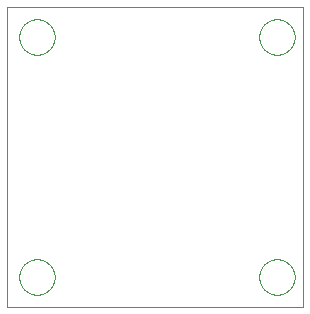
<source format=gbr>
G04 EAGLE Gerber RS-274X export*
G75*
%MOMM*%
%FSLAX34Y34*%
%LPD*%
%AMOC8*
5,1,8,0,0,1.08239X$1,22.5*%
G01*
%ADD10C,0.000000*%


D10*
X0Y0D02*
X250000Y0D01*
X250000Y253200D01*
X0Y253200D01*
X0Y0D01*
X10000Y25000D02*
X10005Y25368D01*
X10018Y25736D01*
X10041Y26103D01*
X10072Y26470D01*
X10113Y26836D01*
X10162Y27201D01*
X10221Y27564D01*
X10288Y27926D01*
X10364Y28287D01*
X10450Y28645D01*
X10543Y29001D01*
X10646Y29354D01*
X10757Y29705D01*
X10877Y30053D01*
X11005Y30398D01*
X11142Y30740D01*
X11287Y31079D01*
X11440Y31413D01*
X11602Y31744D01*
X11771Y32071D01*
X11949Y32393D01*
X12134Y32712D01*
X12327Y33025D01*
X12528Y33334D01*
X12736Y33637D01*
X12952Y33935D01*
X13175Y34228D01*
X13405Y34516D01*
X13642Y34798D01*
X13886Y35073D01*
X14136Y35343D01*
X14393Y35607D01*
X14657Y35864D01*
X14927Y36114D01*
X15202Y36358D01*
X15484Y36595D01*
X15772Y36825D01*
X16065Y37048D01*
X16363Y37264D01*
X16666Y37472D01*
X16975Y37673D01*
X17288Y37866D01*
X17607Y38051D01*
X17929Y38229D01*
X18256Y38398D01*
X18587Y38560D01*
X18921Y38713D01*
X19260Y38858D01*
X19602Y38995D01*
X19947Y39123D01*
X20295Y39243D01*
X20646Y39354D01*
X20999Y39457D01*
X21355Y39550D01*
X21713Y39636D01*
X22074Y39712D01*
X22436Y39779D01*
X22799Y39838D01*
X23164Y39887D01*
X23530Y39928D01*
X23897Y39959D01*
X24264Y39982D01*
X24632Y39995D01*
X25000Y40000D01*
X25368Y39995D01*
X25736Y39982D01*
X26103Y39959D01*
X26470Y39928D01*
X26836Y39887D01*
X27201Y39838D01*
X27564Y39779D01*
X27926Y39712D01*
X28287Y39636D01*
X28645Y39550D01*
X29001Y39457D01*
X29354Y39354D01*
X29705Y39243D01*
X30053Y39123D01*
X30398Y38995D01*
X30740Y38858D01*
X31079Y38713D01*
X31413Y38560D01*
X31744Y38398D01*
X32071Y38229D01*
X32393Y38051D01*
X32712Y37866D01*
X33025Y37673D01*
X33334Y37472D01*
X33637Y37264D01*
X33935Y37048D01*
X34228Y36825D01*
X34516Y36595D01*
X34798Y36358D01*
X35073Y36114D01*
X35343Y35864D01*
X35607Y35607D01*
X35864Y35343D01*
X36114Y35073D01*
X36358Y34798D01*
X36595Y34516D01*
X36825Y34228D01*
X37048Y33935D01*
X37264Y33637D01*
X37472Y33334D01*
X37673Y33025D01*
X37866Y32712D01*
X38051Y32393D01*
X38229Y32071D01*
X38398Y31744D01*
X38560Y31413D01*
X38713Y31079D01*
X38858Y30740D01*
X38995Y30398D01*
X39123Y30053D01*
X39243Y29705D01*
X39354Y29354D01*
X39457Y29001D01*
X39550Y28645D01*
X39636Y28287D01*
X39712Y27926D01*
X39779Y27564D01*
X39838Y27201D01*
X39887Y26836D01*
X39928Y26470D01*
X39959Y26103D01*
X39982Y25736D01*
X39995Y25368D01*
X40000Y25000D01*
X39995Y24632D01*
X39982Y24264D01*
X39959Y23897D01*
X39928Y23530D01*
X39887Y23164D01*
X39838Y22799D01*
X39779Y22436D01*
X39712Y22074D01*
X39636Y21713D01*
X39550Y21355D01*
X39457Y20999D01*
X39354Y20646D01*
X39243Y20295D01*
X39123Y19947D01*
X38995Y19602D01*
X38858Y19260D01*
X38713Y18921D01*
X38560Y18587D01*
X38398Y18256D01*
X38229Y17929D01*
X38051Y17607D01*
X37866Y17288D01*
X37673Y16975D01*
X37472Y16666D01*
X37264Y16363D01*
X37048Y16065D01*
X36825Y15772D01*
X36595Y15484D01*
X36358Y15202D01*
X36114Y14927D01*
X35864Y14657D01*
X35607Y14393D01*
X35343Y14136D01*
X35073Y13886D01*
X34798Y13642D01*
X34516Y13405D01*
X34228Y13175D01*
X33935Y12952D01*
X33637Y12736D01*
X33334Y12528D01*
X33025Y12327D01*
X32712Y12134D01*
X32393Y11949D01*
X32071Y11771D01*
X31744Y11602D01*
X31413Y11440D01*
X31079Y11287D01*
X30740Y11142D01*
X30398Y11005D01*
X30053Y10877D01*
X29705Y10757D01*
X29354Y10646D01*
X29001Y10543D01*
X28645Y10450D01*
X28287Y10364D01*
X27926Y10288D01*
X27564Y10221D01*
X27201Y10162D01*
X26836Y10113D01*
X26470Y10072D01*
X26103Y10041D01*
X25736Y10018D01*
X25368Y10005D01*
X25000Y10000D01*
X24632Y10005D01*
X24264Y10018D01*
X23897Y10041D01*
X23530Y10072D01*
X23164Y10113D01*
X22799Y10162D01*
X22436Y10221D01*
X22074Y10288D01*
X21713Y10364D01*
X21355Y10450D01*
X20999Y10543D01*
X20646Y10646D01*
X20295Y10757D01*
X19947Y10877D01*
X19602Y11005D01*
X19260Y11142D01*
X18921Y11287D01*
X18587Y11440D01*
X18256Y11602D01*
X17929Y11771D01*
X17607Y11949D01*
X17288Y12134D01*
X16975Y12327D01*
X16666Y12528D01*
X16363Y12736D01*
X16065Y12952D01*
X15772Y13175D01*
X15484Y13405D01*
X15202Y13642D01*
X14927Y13886D01*
X14657Y14136D01*
X14393Y14393D01*
X14136Y14657D01*
X13886Y14927D01*
X13642Y15202D01*
X13405Y15484D01*
X13175Y15772D01*
X12952Y16065D01*
X12736Y16363D01*
X12528Y16666D01*
X12327Y16975D01*
X12134Y17288D01*
X11949Y17607D01*
X11771Y17929D01*
X11602Y18256D01*
X11440Y18587D01*
X11287Y18921D01*
X11142Y19260D01*
X11005Y19602D01*
X10877Y19947D01*
X10757Y20295D01*
X10646Y20646D01*
X10543Y20999D01*
X10450Y21355D01*
X10364Y21713D01*
X10288Y22074D01*
X10221Y22436D01*
X10162Y22799D01*
X10113Y23164D01*
X10072Y23530D01*
X10041Y23897D01*
X10018Y24264D01*
X10005Y24632D01*
X10000Y25000D01*
X213200Y25000D02*
X213205Y25368D01*
X213218Y25736D01*
X213241Y26103D01*
X213272Y26470D01*
X213313Y26836D01*
X213362Y27201D01*
X213421Y27564D01*
X213488Y27926D01*
X213564Y28287D01*
X213650Y28645D01*
X213743Y29001D01*
X213846Y29354D01*
X213957Y29705D01*
X214077Y30053D01*
X214205Y30398D01*
X214342Y30740D01*
X214487Y31079D01*
X214640Y31413D01*
X214802Y31744D01*
X214971Y32071D01*
X215149Y32393D01*
X215334Y32712D01*
X215527Y33025D01*
X215728Y33334D01*
X215936Y33637D01*
X216152Y33935D01*
X216375Y34228D01*
X216605Y34516D01*
X216842Y34798D01*
X217086Y35073D01*
X217336Y35343D01*
X217593Y35607D01*
X217857Y35864D01*
X218127Y36114D01*
X218402Y36358D01*
X218684Y36595D01*
X218972Y36825D01*
X219265Y37048D01*
X219563Y37264D01*
X219866Y37472D01*
X220175Y37673D01*
X220488Y37866D01*
X220807Y38051D01*
X221129Y38229D01*
X221456Y38398D01*
X221787Y38560D01*
X222121Y38713D01*
X222460Y38858D01*
X222802Y38995D01*
X223147Y39123D01*
X223495Y39243D01*
X223846Y39354D01*
X224199Y39457D01*
X224555Y39550D01*
X224913Y39636D01*
X225274Y39712D01*
X225636Y39779D01*
X225999Y39838D01*
X226364Y39887D01*
X226730Y39928D01*
X227097Y39959D01*
X227464Y39982D01*
X227832Y39995D01*
X228200Y40000D01*
X228568Y39995D01*
X228936Y39982D01*
X229303Y39959D01*
X229670Y39928D01*
X230036Y39887D01*
X230401Y39838D01*
X230764Y39779D01*
X231126Y39712D01*
X231487Y39636D01*
X231845Y39550D01*
X232201Y39457D01*
X232554Y39354D01*
X232905Y39243D01*
X233253Y39123D01*
X233598Y38995D01*
X233940Y38858D01*
X234279Y38713D01*
X234613Y38560D01*
X234944Y38398D01*
X235271Y38229D01*
X235593Y38051D01*
X235912Y37866D01*
X236225Y37673D01*
X236534Y37472D01*
X236837Y37264D01*
X237135Y37048D01*
X237428Y36825D01*
X237716Y36595D01*
X237998Y36358D01*
X238273Y36114D01*
X238543Y35864D01*
X238807Y35607D01*
X239064Y35343D01*
X239314Y35073D01*
X239558Y34798D01*
X239795Y34516D01*
X240025Y34228D01*
X240248Y33935D01*
X240464Y33637D01*
X240672Y33334D01*
X240873Y33025D01*
X241066Y32712D01*
X241251Y32393D01*
X241429Y32071D01*
X241598Y31744D01*
X241760Y31413D01*
X241913Y31079D01*
X242058Y30740D01*
X242195Y30398D01*
X242323Y30053D01*
X242443Y29705D01*
X242554Y29354D01*
X242657Y29001D01*
X242750Y28645D01*
X242836Y28287D01*
X242912Y27926D01*
X242979Y27564D01*
X243038Y27201D01*
X243087Y26836D01*
X243128Y26470D01*
X243159Y26103D01*
X243182Y25736D01*
X243195Y25368D01*
X243200Y25000D01*
X243195Y24632D01*
X243182Y24264D01*
X243159Y23897D01*
X243128Y23530D01*
X243087Y23164D01*
X243038Y22799D01*
X242979Y22436D01*
X242912Y22074D01*
X242836Y21713D01*
X242750Y21355D01*
X242657Y20999D01*
X242554Y20646D01*
X242443Y20295D01*
X242323Y19947D01*
X242195Y19602D01*
X242058Y19260D01*
X241913Y18921D01*
X241760Y18587D01*
X241598Y18256D01*
X241429Y17929D01*
X241251Y17607D01*
X241066Y17288D01*
X240873Y16975D01*
X240672Y16666D01*
X240464Y16363D01*
X240248Y16065D01*
X240025Y15772D01*
X239795Y15484D01*
X239558Y15202D01*
X239314Y14927D01*
X239064Y14657D01*
X238807Y14393D01*
X238543Y14136D01*
X238273Y13886D01*
X237998Y13642D01*
X237716Y13405D01*
X237428Y13175D01*
X237135Y12952D01*
X236837Y12736D01*
X236534Y12528D01*
X236225Y12327D01*
X235912Y12134D01*
X235593Y11949D01*
X235271Y11771D01*
X234944Y11602D01*
X234613Y11440D01*
X234279Y11287D01*
X233940Y11142D01*
X233598Y11005D01*
X233253Y10877D01*
X232905Y10757D01*
X232554Y10646D01*
X232201Y10543D01*
X231845Y10450D01*
X231487Y10364D01*
X231126Y10288D01*
X230764Y10221D01*
X230401Y10162D01*
X230036Y10113D01*
X229670Y10072D01*
X229303Y10041D01*
X228936Y10018D01*
X228568Y10005D01*
X228200Y10000D01*
X227832Y10005D01*
X227464Y10018D01*
X227097Y10041D01*
X226730Y10072D01*
X226364Y10113D01*
X225999Y10162D01*
X225636Y10221D01*
X225274Y10288D01*
X224913Y10364D01*
X224555Y10450D01*
X224199Y10543D01*
X223846Y10646D01*
X223495Y10757D01*
X223147Y10877D01*
X222802Y11005D01*
X222460Y11142D01*
X222121Y11287D01*
X221787Y11440D01*
X221456Y11602D01*
X221129Y11771D01*
X220807Y11949D01*
X220488Y12134D01*
X220175Y12327D01*
X219866Y12528D01*
X219563Y12736D01*
X219265Y12952D01*
X218972Y13175D01*
X218684Y13405D01*
X218402Y13642D01*
X218127Y13886D01*
X217857Y14136D01*
X217593Y14393D01*
X217336Y14657D01*
X217086Y14927D01*
X216842Y15202D01*
X216605Y15484D01*
X216375Y15772D01*
X216152Y16065D01*
X215936Y16363D01*
X215728Y16666D01*
X215527Y16975D01*
X215334Y17288D01*
X215149Y17607D01*
X214971Y17929D01*
X214802Y18256D01*
X214640Y18587D01*
X214487Y18921D01*
X214342Y19260D01*
X214205Y19602D01*
X214077Y19947D01*
X213957Y20295D01*
X213846Y20646D01*
X213743Y20999D01*
X213650Y21355D01*
X213564Y21713D01*
X213488Y22074D01*
X213421Y22436D01*
X213362Y22799D01*
X213313Y23164D01*
X213272Y23530D01*
X213241Y23897D01*
X213218Y24264D01*
X213205Y24632D01*
X213200Y25000D01*
X10000Y228200D02*
X10005Y228568D01*
X10018Y228936D01*
X10041Y229303D01*
X10072Y229670D01*
X10113Y230036D01*
X10162Y230401D01*
X10221Y230764D01*
X10288Y231126D01*
X10364Y231487D01*
X10450Y231845D01*
X10543Y232201D01*
X10646Y232554D01*
X10757Y232905D01*
X10877Y233253D01*
X11005Y233598D01*
X11142Y233940D01*
X11287Y234279D01*
X11440Y234613D01*
X11602Y234944D01*
X11771Y235271D01*
X11949Y235593D01*
X12134Y235912D01*
X12327Y236225D01*
X12528Y236534D01*
X12736Y236837D01*
X12952Y237135D01*
X13175Y237428D01*
X13405Y237716D01*
X13642Y237998D01*
X13886Y238273D01*
X14136Y238543D01*
X14393Y238807D01*
X14657Y239064D01*
X14927Y239314D01*
X15202Y239558D01*
X15484Y239795D01*
X15772Y240025D01*
X16065Y240248D01*
X16363Y240464D01*
X16666Y240672D01*
X16975Y240873D01*
X17288Y241066D01*
X17607Y241251D01*
X17929Y241429D01*
X18256Y241598D01*
X18587Y241760D01*
X18921Y241913D01*
X19260Y242058D01*
X19602Y242195D01*
X19947Y242323D01*
X20295Y242443D01*
X20646Y242554D01*
X20999Y242657D01*
X21355Y242750D01*
X21713Y242836D01*
X22074Y242912D01*
X22436Y242979D01*
X22799Y243038D01*
X23164Y243087D01*
X23530Y243128D01*
X23897Y243159D01*
X24264Y243182D01*
X24632Y243195D01*
X25000Y243200D01*
X25368Y243195D01*
X25736Y243182D01*
X26103Y243159D01*
X26470Y243128D01*
X26836Y243087D01*
X27201Y243038D01*
X27564Y242979D01*
X27926Y242912D01*
X28287Y242836D01*
X28645Y242750D01*
X29001Y242657D01*
X29354Y242554D01*
X29705Y242443D01*
X30053Y242323D01*
X30398Y242195D01*
X30740Y242058D01*
X31079Y241913D01*
X31413Y241760D01*
X31744Y241598D01*
X32071Y241429D01*
X32393Y241251D01*
X32712Y241066D01*
X33025Y240873D01*
X33334Y240672D01*
X33637Y240464D01*
X33935Y240248D01*
X34228Y240025D01*
X34516Y239795D01*
X34798Y239558D01*
X35073Y239314D01*
X35343Y239064D01*
X35607Y238807D01*
X35864Y238543D01*
X36114Y238273D01*
X36358Y237998D01*
X36595Y237716D01*
X36825Y237428D01*
X37048Y237135D01*
X37264Y236837D01*
X37472Y236534D01*
X37673Y236225D01*
X37866Y235912D01*
X38051Y235593D01*
X38229Y235271D01*
X38398Y234944D01*
X38560Y234613D01*
X38713Y234279D01*
X38858Y233940D01*
X38995Y233598D01*
X39123Y233253D01*
X39243Y232905D01*
X39354Y232554D01*
X39457Y232201D01*
X39550Y231845D01*
X39636Y231487D01*
X39712Y231126D01*
X39779Y230764D01*
X39838Y230401D01*
X39887Y230036D01*
X39928Y229670D01*
X39959Y229303D01*
X39982Y228936D01*
X39995Y228568D01*
X40000Y228200D01*
X39995Y227832D01*
X39982Y227464D01*
X39959Y227097D01*
X39928Y226730D01*
X39887Y226364D01*
X39838Y225999D01*
X39779Y225636D01*
X39712Y225274D01*
X39636Y224913D01*
X39550Y224555D01*
X39457Y224199D01*
X39354Y223846D01*
X39243Y223495D01*
X39123Y223147D01*
X38995Y222802D01*
X38858Y222460D01*
X38713Y222121D01*
X38560Y221787D01*
X38398Y221456D01*
X38229Y221129D01*
X38051Y220807D01*
X37866Y220488D01*
X37673Y220175D01*
X37472Y219866D01*
X37264Y219563D01*
X37048Y219265D01*
X36825Y218972D01*
X36595Y218684D01*
X36358Y218402D01*
X36114Y218127D01*
X35864Y217857D01*
X35607Y217593D01*
X35343Y217336D01*
X35073Y217086D01*
X34798Y216842D01*
X34516Y216605D01*
X34228Y216375D01*
X33935Y216152D01*
X33637Y215936D01*
X33334Y215728D01*
X33025Y215527D01*
X32712Y215334D01*
X32393Y215149D01*
X32071Y214971D01*
X31744Y214802D01*
X31413Y214640D01*
X31079Y214487D01*
X30740Y214342D01*
X30398Y214205D01*
X30053Y214077D01*
X29705Y213957D01*
X29354Y213846D01*
X29001Y213743D01*
X28645Y213650D01*
X28287Y213564D01*
X27926Y213488D01*
X27564Y213421D01*
X27201Y213362D01*
X26836Y213313D01*
X26470Y213272D01*
X26103Y213241D01*
X25736Y213218D01*
X25368Y213205D01*
X25000Y213200D01*
X24632Y213205D01*
X24264Y213218D01*
X23897Y213241D01*
X23530Y213272D01*
X23164Y213313D01*
X22799Y213362D01*
X22436Y213421D01*
X22074Y213488D01*
X21713Y213564D01*
X21355Y213650D01*
X20999Y213743D01*
X20646Y213846D01*
X20295Y213957D01*
X19947Y214077D01*
X19602Y214205D01*
X19260Y214342D01*
X18921Y214487D01*
X18587Y214640D01*
X18256Y214802D01*
X17929Y214971D01*
X17607Y215149D01*
X17288Y215334D01*
X16975Y215527D01*
X16666Y215728D01*
X16363Y215936D01*
X16065Y216152D01*
X15772Y216375D01*
X15484Y216605D01*
X15202Y216842D01*
X14927Y217086D01*
X14657Y217336D01*
X14393Y217593D01*
X14136Y217857D01*
X13886Y218127D01*
X13642Y218402D01*
X13405Y218684D01*
X13175Y218972D01*
X12952Y219265D01*
X12736Y219563D01*
X12528Y219866D01*
X12327Y220175D01*
X12134Y220488D01*
X11949Y220807D01*
X11771Y221129D01*
X11602Y221456D01*
X11440Y221787D01*
X11287Y222121D01*
X11142Y222460D01*
X11005Y222802D01*
X10877Y223147D01*
X10757Y223495D01*
X10646Y223846D01*
X10543Y224199D01*
X10450Y224555D01*
X10364Y224913D01*
X10288Y225274D01*
X10221Y225636D01*
X10162Y225999D01*
X10113Y226364D01*
X10072Y226730D01*
X10041Y227097D01*
X10018Y227464D01*
X10005Y227832D01*
X10000Y228200D01*
X213200Y228200D02*
X213205Y228568D01*
X213218Y228936D01*
X213241Y229303D01*
X213272Y229670D01*
X213313Y230036D01*
X213362Y230401D01*
X213421Y230764D01*
X213488Y231126D01*
X213564Y231487D01*
X213650Y231845D01*
X213743Y232201D01*
X213846Y232554D01*
X213957Y232905D01*
X214077Y233253D01*
X214205Y233598D01*
X214342Y233940D01*
X214487Y234279D01*
X214640Y234613D01*
X214802Y234944D01*
X214971Y235271D01*
X215149Y235593D01*
X215334Y235912D01*
X215527Y236225D01*
X215728Y236534D01*
X215936Y236837D01*
X216152Y237135D01*
X216375Y237428D01*
X216605Y237716D01*
X216842Y237998D01*
X217086Y238273D01*
X217336Y238543D01*
X217593Y238807D01*
X217857Y239064D01*
X218127Y239314D01*
X218402Y239558D01*
X218684Y239795D01*
X218972Y240025D01*
X219265Y240248D01*
X219563Y240464D01*
X219866Y240672D01*
X220175Y240873D01*
X220488Y241066D01*
X220807Y241251D01*
X221129Y241429D01*
X221456Y241598D01*
X221787Y241760D01*
X222121Y241913D01*
X222460Y242058D01*
X222802Y242195D01*
X223147Y242323D01*
X223495Y242443D01*
X223846Y242554D01*
X224199Y242657D01*
X224555Y242750D01*
X224913Y242836D01*
X225274Y242912D01*
X225636Y242979D01*
X225999Y243038D01*
X226364Y243087D01*
X226730Y243128D01*
X227097Y243159D01*
X227464Y243182D01*
X227832Y243195D01*
X228200Y243200D01*
X228568Y243195D01*
X228936Y243182D01*
X229303Y243159D01*
X229670Y243128D01*
X230036Y243087D01*
X230401Y243038D01*
X230764Y242979D01*
X231126Y242912D01*
X231487Y242836D01*
X231845Y242750D01*
X232201Y242657D01*
X232554Y242554D01*
X232905Y242443D01*
X233253Y242323D01*
X233598Y242195D01*
X233940Y242058D01*
X234279Y241913D01*
X234613Y241760D01*
X234944Y241598D01*
X235271Y241429D01*
X235593Y241251D01*
X235912Y241066D01*
X236225Y240873D01*
X236534Y240672D01*
X236837Y240464D01*
X237135Y240248D01*
X237428Y240025D01*
X237716Y239795D01*
X237998Y239558D01*
X238273Y239314D01*
X238543Y239064D01*
X238807Y238807D01*
X239064Y238543D01*
X239314Y238273D01*
X239558Y237998D01*
X239795Y237716D01*
X240025Y237428D01*
X240248Y237135D01*
X240464Y236837D01*
X240672Y236534D01*
X240873Y236225D01*
X241066Y235912D01*
X241251Y235593D01*
X241429Y235271D01*
X241598Y234944D01*
X241760Y234613D01*
X241913Y234279D01*
X242058Y233940D01*
X242195Y233598D01*
X242323Y233253D01*
X242443Y232905D01*
X242554Y232554D01*
X242657Y232201D01*
X242750Y231845D01*
X242836Y231487D01*
X242912Y231126D01*
X242979Y230764D01*
X243038Y230401D01*
X243087Y230036D01*
X243128Y229670D01*
X243159Y229303D01*
X243182Y228936D01*
X243195Y228568D01*
X243200Y228200D01*
X243195Y227832D01*
X243182Y227464D01*
X243159Y227097D01*
X243128Y226730D01*
X243087Y226364D01*
X243038Y225999D01*
X242979Y225636D01*
X242912Y225274D01*
X242836Y224913D01*
X242750Y224555D01*
X242657Y224199D01*
X242554Y223846D01*
X242443Y223495D01*
X242323Y223147D01*
X242195Y222802D01*
X242058Y222460D01*
X241913Y222121D01*
X241760Y221787D01*
X241598Y221456D01*
X241429Y221129D01*
X241251Y220807D01*
X241066Y220488D01*
X240873Y220175D01*
X240672Y219866D01*
X240464Y219563D01*
X240248Y219265D01*
X240025Y218972D01*
X239795Y218684D01*
X239558Y218402D01*
X239314Y218127D01*
X239064Y217857D01*
X238807Y217593D01*
X238543Y217336D01*
X238273Y217086D01*
X237998Y216842D01*
X237716Y216605D01*
X237428Y216375D01*
X237135Y216152D01*
X236837Y215936D01*
X236534Y215728D01*
X236225Y215527D01*
X235912Y215334D01*
X235593Y215149D01*
X235271Y214971D01*
X234944Y214802D01*
X234613Y214640D01*
X234279Y214487D01*
X233940Y214342D01*
X233598Y214205D01*
X233253Y214077D01*
X232905Y213957D01*
X232554Y213846D01*
X232201Y213743D01*
X231845Y213650D01*
X231487Y213564D01*
X231126Y213488D01*
X230764Y213421D01*
X230401Y213362D01*
X230036Y213313D01*
X229670Y213272D01*
X229303Y213241D01*
X228936Y213218D01*
X228568Y213205D01*
X228200Y213200D01*
X227832Y213205D01*
X227464Y213218D01*
X227097Y213241D01*
X226730Y213272D01*
X226364Y213313D01*
X225999Y213362D01*
X225636Y213421D01*
X225274Y213488D01*
X224913Y213564D01*
X224555Y213650D01*
X224199Y213743D01*
X223846Y213846D01*
X223495Y213957D01*
X223147Y214077D01*
X222802Y214205D01*
X222460Y214342D01*
X222121Y214487D01*
X221787Y214640D01*
X221456Y214802D01*
X221129Y214971D01*
X220807Y215149D01*
X220488Y215334D01*
X220175Y215527D01*
X219866Y215728D01*
X219563Y215936D01*
X219265Y216152D01*
X218972Y216375D01*
X218684Y216605D01*
X218402Y216842D01*
X218127Y217086D01*
X217857Y217336D01*
X217593Y217593D01*
X217336Y217857D01*
X217086Y218127D01*
X216842Y218402D01*
X216605Y218684D01*
X216375Y218972D01*
X216152Y219265D01*
X215936Y219563D01*
X215728Y219866D01*
X215527Y220175D01*
X215334Y220488D01*
X215149Y220807D01*
X214971Y221129D01*
X214802Y221456D01*
X214640Y221787D01*
X214487Y222121D01*
X214342Y222460D01*
X214205Y222802D01*
X214077Y223147D01*
X213957Y223495D01*
X213846Y223846D01*
X213743Y224199D01*
X213650Y224555D01*
X213564Y224913D01*
X213488Y225274D01*
X213421Y225636D01*
X213362Y225999D01*
X213313Y226364D01*
X213272Y226730D01*
X213241Y227097D01*
X213218Y227464D01*
X213205Y227832D01*
X213200Y228200D01*
M02*

</source>
